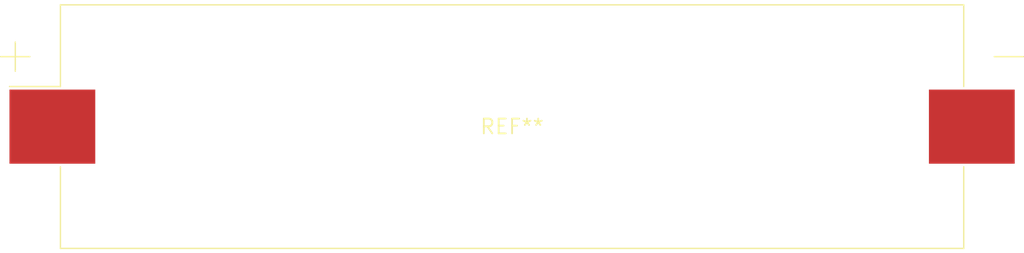
<source format=kicad_pcb>
(kicad_pcb (version 20240108) (generator pcbnew)
  (layers (0 "F.Cu" signal) (31 "B.Cu" signal) (34 "B.Paste" user) (35 "F.Paste" user) (36 "B.SilkS" user "B.Silkscreen") (37 "F.SilkS" user "F.Silkscreen") (38 "B.Mask" user) (39 "F.Mask" user) (44 "Edge.Cuts" user))
  (net 0 "")
  (footprint "BatteryHolder_Keystone_1042_1x18650" (layer "F.Cu") (at 0 0)
    (property "Reference" "REF**")
    (property "Value" "BatteryHolder_Keystone_1042_1x18650")
    (fp_line (start -43.75 -6) (end -41.25 -6) (layer "F.SilkS") (stroke (width 0.12)))
    (fp_line (start -42.5 -4.75) (end -42.5 -7.25) (layer "F.SilkS") (stroke (width 0.12)))
    (fp_line (start -38.64 -10.44) (end -38.64 -3.44) (layer "F.SilkS") (stroke (width 0.12)))
    (fp_line (start -38.64 -3.44) (end -43 -3.44) (layer "F.SilkS") (stroke (width 0.12)))
    (fp_line (start -38.64 10.44) (end -38.64 3.44) (layer "F.SilkS") (stroke (width 0.12)))
    (fp_line (start 38.64 -10.44) (end -38.64 -10.44) (layer "F.SilkS") (stroke (width 0.12)))
    (fp_line (start 38.64 -3.44) (end 38.64 -10.42) (layer "F.SilkS") (stroke (width 0.12)))
    (fp_line (start 38.64 3.44) (end 38.64 10.44) (layer "F.SilkS") (stroke (width 0.12)))
    (fp_line (start 38.64 10.44) (end -38.64 10.44) (layer "F.SilkS") (stroke (width 0.12)))
    (fp_line (start 43.75 -6) (end 41.25 -6) (layer "F.SilkS") (stroke (width 0.12)))
    (pad "" np_thru_hole circle (at -35.93 -8) (size 2.39 2.39) (drill 2.39) (layers *.Cu *.Mask))
    (pad "" np_thru_hole circle (at -27.6 8) (size 3.45 3.45) (drill 3.45) (layers *.Cu *.Mask))
    (pad "" np_thru_hole circle (at 27.6 -8) (size 3.45 3.45) (drill 3.45) (layers *.Cu *.Mask))
    (pad "1" smd rect (at -39.33 0) (size 7.34 6.35) (layers "F.Cu" "F.Paste" "F.Mask"))
    (pad "2" smd rect (at 39.33 0) (size 7.34 6.35) (layers "F.Cu" "F.Paste" "F.Mask"))
  )
)
</source>
